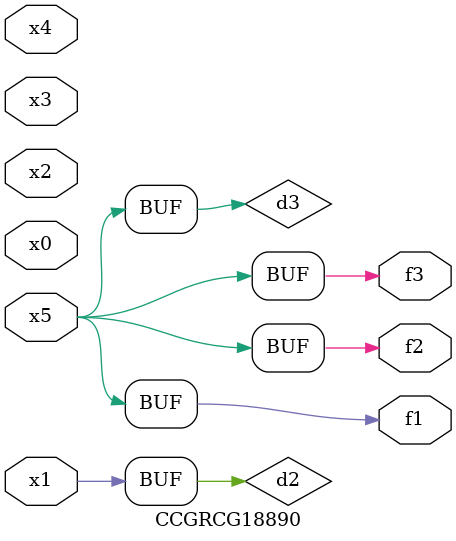
<source format=v>
module CCGRCG18890(
	input x0, x1, x2, x3, x4, x5,
	output f1, f2, f3
);

	wire d1, d2, d3;

	not (d1, x5);
	or (d2, x1);
	xnor (d3, d1);
	assign f1 = d3;
	assign f2 = d3;
	assign f3 = d3;
endmodule

</source>
